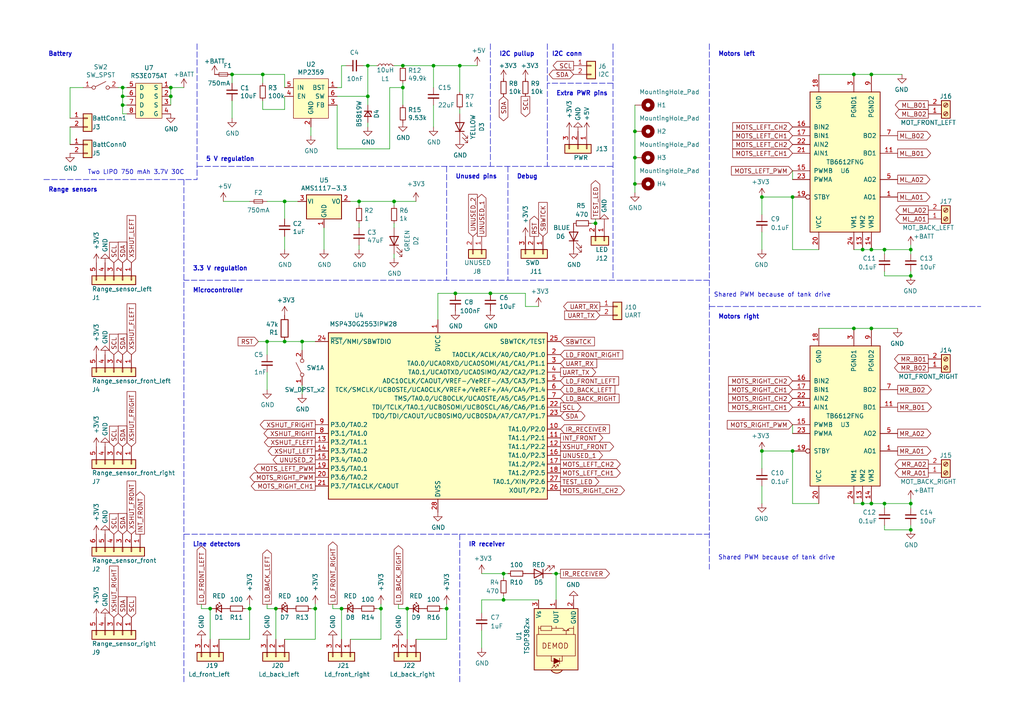
<source format=kicad_sch>
(kicad_sch (version 20211123) (generator eeschema)
  (paper "A4")
  (title_block (title "Nsumo") (date "2021-08-20") (rev "2") (company "Artful Bytes"))
  (junction (at 264.16 146.05))
  (junction (at 252.73 95.25))
  (junction (at 67.31 21.59))
  (junction (at 106.68 27.94))
  (junction (at 250.19 146.05))
  (junction (at 184.15 53.34))
  (junction (at 146.05 166.37))
  (junction (at 35.56 27.94))
  (junction (at 114.3 58.42))
  (junction (at 82.55 99.06))
  (junction (at 35.56 25.4))
  (junction (at 229.87 130.81))
  (junction (at 60.96 176.53))
  (junction (at 116.84 25.4))
  (junction (at 252.73 72.39))
  (junction (at 252.73 21.59))
  (junction (at 125.73 19.05))
  (junction (at 49.53 25.4))
  (junction (at 106.68 19.05))
  (junction (at 247.65 95.25))
  (junction (at 133.35 19.05))
  (junction (at 256.54 72.39))
  (junction (at 91.44 176.53))
  (junction (at 76.2 21.59))
  (junction (at 132.08 85.09))
  (junction (at 142.24 85.09))
  (junction (at 220.98 57.15))
  (junction (at 82.55 58.42))
  (junction (at 247.65 21.59))
  (junction (at 99.06 176.53))
  (junction (at 49.53 27.94))
  (junction (at 35.56 30.48))
  (junction (at 129.54 176.53))
  (junction (at 104.14 58.42))
  (junction (at 77.47 99.06))
  (junction (at 116.84 19.05))
  (junction (at 80.01 176.53))
  (junction (at 220.98 130.81))
  (junction (at 87.63 99.06))
  (junction (at 146.05 173.99))
  (junction (at 264.16 72.39))
  (junction (at 184.15 45.72))
  (junction (at 161.29 166.37))
  (junction (at 264.16 80.01))
  (junction (at 250.19 72.39))
  (junction (at 72.39 176.53))
  (junction (at 172.72 64.77))
  (junction (at 264.16 153.67))
  (junction (at 118.11 176.53))
  (junction (at 229.87 57.15))
  (junction (at 110.49 176.53))
  (junction (at 184.15 38.1))
  (junction (at 252.73 146.05))
  (junction (at 256.54 146.05))
  (wire (pts (xy 113.03 43.18) (xy 97.79 43.18)))
  (wire (pts (xy 110.49 185.42) (xy 110.49 176.53)))
  (wire (pts (xy 125.73 30.48) (xy 125.73 36.83)))
  (wire (pts (xy 106.68 36.83) (xy 106.68 35.56)))
  (wire (pts (xy 114.3 19.05) (xy 116.84 19.05)))
  (wire (pts (xy 229.87 72.39) (xy 229.87 57.15)))
  (wire (pts (xy 80.01 185.42) (xy 80.01 176.53)))
  (wire (pts (xy 36.83 27.94) (xy 35.56 27.94)))
  (wire (pts (xy 36.83 33.02) (xy 35.56 33.02)))
  (wire (pts (xy 20.32 36.83) (xy 20.32 41.91)))
  (wire (pts (xy 20.32 25.4) (xy 24.13 25.4)))
  (wire (pts (xy 77.47 175.26) (xy 77.47 176.53)))
  (wire (pts (xy 142.24 85.09) (xy 152.4 85.09)))
  (wire (pts (xy 87.63 101.6) (xy 87.63 99.06)))
  (wire (pts (xy 220.98 130.81) (xy 220.98 135.89)))
  (wire (pts (xy 60.96 176.53) (xy 60.96 185.42)))
  (wire (pts (xy 58.42 176.53) (xy 60.96 176.53)))
  (wire (pts (xy 133.35 31.75) (xy 133.35 33.02)))
  (wire (pts (xy 220.98 57.15) (xy 229.87 57.15)))
  (wire (pts (xy 264.16 153.67) (xy 264.16 152.4)))
  (wire (pts (xy 118.11 185.42) (xy 118.11 176.53)))
  (wire (pts (xy 76.2 24.13) (xy 76.2 21.59)))
  (wire (pts (xy 133.35 19.05) (xy 138.43 19.05)))
  (wire (pts (xy 93.98 72.39) (xy 93.98 66.04)))
  (polyline (pts (xy 205.74 81.28) (xy 53.34 81.28)))
  (wire (pts (xy 76.2 29.21) (xy 76.2 31.75)))
  (wire (pts (xy 247.65 72.39) (xy 250.19 72.39)))
  (wire (pts (xy 172.72 64.77) (xy 172.72 63.5)))
  (wire (pts (xy 247.65 21.59) (xy 252.73 21.59)))
  (wire (pts (xy 35.56 33.02) (xy 35.56 30.48)))
  (wire (pts (xy 72.39 176.53) (xy 72.39 185.42)))
  (wire (pts (xy 116.84 24.13) (xy 116.84 25.4)))
  (polyline (pts (xy 205.74 12.7) (xy 205.74 165.1)))
  (wire (pts (xy 220.98 130.81) (xy 229.87 130.81)))
  (wire (pts (xy 252.73 146.05) (xy 256.54 146.05)))
  (polyline (pts (xy 53.34 52.07) (xy 53.34 198.12)))
  (wire (pts (xy 127 92.71) (xy 127 85.09)))
  (wire (pts (xy 35.56 27.94) (xy 35.56 25.4)))
  (wire (pts (xy 125.73 19.05) (xy 125.73 25.4)))
  (wire (pts (xy 161.29 173.99) (xy 161.29 166.37)))
  (polyline (pts (xy 147.32 48.26) (xy 147.32 81.28)))
  (wire (pts (xy 120.65 185.42) (xy 129.54 185.42)))
  (polyline (pts (xy 177.8 12.7) (xy 177.8 81.28)))
  (polyline (pts (xy 142.24 12.7) (xy 142.24 48.26)))
  (wire (pts (xy 160.02 166.37) (xy 161.29 166.37)))
  (wire (pts (xy 146.05 172.72) (xy 146.05 173.99)))
  (wire (pts (xy 104.14 59.69) (xy 104.14 58.42)))
  (wire (pts (xy 220.98 140.97) (xy 220.98 146.05)))
  (wire (pts (xy 252.73 21.59) (xy 261.62 21.59)))
  (wire (pts (xy 105.41 19.05) (xy 106.68 19.05)))
  (wire (pts (xy 252.73 72.39) (xy 256.54 72.39)))
  (wire (pts (xy 110.49 176.53) (xy 110.49 175.26)))
  (wire (pts (xy 237.49 21.59) (xy 247.65 21.59)))
  (wire (pts (xy 113.03 25.4) (xy 113.03 43.18)))
  (wire (pts (xy 97.79 30.48) (xy 97.79 43.18)))
  (wire (pts (xy 99.06 185.42) (xy 99.06 176.53)))
  (wire (pts (xy 77.47 99.06) (xy 77.47 102.87)))
  (wire (pts (xy 264.16 72.39) (xy 264.16 73.66)))
  (wire (pts (xy 49.53 25.4) (xy 53.34 25.4)))
  (polyline (pts (xy 57.15 48.26) (xy 177.8 48.26)))
  (polyline (pts (xy 158.75 12.7) (xy 158.75 48.26)))
  (wire (pts (xy 71.12 176.53) (xy 72.39 176.53)))
  (wire (pts (xy 77.47 176.53) (xy 80.01 176.53)))
  (wire (pts (xy 256.54 73.66) (xy 256.54 72.39)))
  (wire (pts (xy 184.15 30.48) (xy 184.15 38.1)))
  (wire (pts (xy 184.15 38.1) (xy 184.15 45.72)))
  (wire (pts (xy 127 85.09) (xy 132.08 85.09)))
  (wire (pts (xy 125.73 19.05) (xy 133.35 19.05)))
  (wire (pts (xy 139.7 182.88) (xy 139.7 187.96)))
  (wire (pts (xy 139.7 177.8) (xy 139.7 173.99)))
  (wire (pts (xy 256.54 72.39) (xy 264.16 72.39)))
  (wire (pts (xy 49.53 27.94) (xy 49.53 30.48)))
  (wire (pts (xy 67.31 29.21) (xy 67.31 34.29)))
  (wire (pts (xy 184.15 53.34) (xy 184.15 55.88)))
  (wire (pts (xy 264.16 147.32) (xy 264.16 146.05)))
  (wire (pts (xy 237.49 146.05) (xy 229.87 146.05)))
  (wire (pts (xy 220.98 67.31) (xy 220.98 72.39)))
  (wire (pts (xy 101.6 185.42) (xy 110.49 185.42)))
  (polyline (pts (xy 133.35 154.94) (xy 133.35 198.12)))
  (wire (pts (xy 139.7 173.99) (xy 146.05 173.99)))
  (wire (pts (xy 250.19 72.39) (xy 252.73 72.39)))
  (wire (pts (xy 77.47 99.06) (xy 74.93 99.06)))
  (wire (pts (xy 109.22 176.53) (xy 110.49 176.53)))
  (wire (pts (xy 96.52 176.53) (xy 99.06 176.53)))
  (wire (pts (xy 264.16 144.78) (xy 264.16 146.05)))
  (wire (pts (xy 35.56 25.4) (xy 34.29 25.4)))
  (wire (pts (xy 99.06 25.4) (xy 99.06 19.05)))
  (wire (pts (xy 152.4 85.09) (xy 152.4 88.9)))
  (wire (pts (xy 256.54 146.05) (xy 264.16 146.05)))
  (wire (pts (xy 256.54 80.01) (xy 264.16 80.01)))
  (wire (pts (xy 82.55 185.42) (xy 91.44 185.42)))
  (polyline (pts (xy 53.34 154.94) (xy 205.74 154.94)))
  (wire (pts (xy 113.03 25.4) (xy 116.84 25.4)))
  (wire (pts (xy 171.45 64.77) (xy 172.72 64.77)))
  (wire (pts (xy 76.2 31.75) (xy 82.55 31.75)))
  (wire (pts (xy 97.79 27.94) (xy 106.68 27.94)))
  (wire (pts (xy 99.06 19.05) (xy 100.33 19.05)))
  (wire (pts (xy 118.11 176.53) (xy 115.57 176.53)))
  (wire (pts (xy 184.15 45.72) (xy 184.15 53.34)))
  (wire (pts (xy 82.55 68.58) (xy 82.55 72.39)))
  (wire (pts (xy 49.53 27.94) (xy 49.53 25.4)))
  (wire (pts (xy 87.63 111.76) (xy 87.63 114.3)))
  (wire (pts (xy 72.39 176.53) (xy 72.39 175.26)))
  (wire (pts (xy 82.55 21.59) (xy 82.55 25.4)))
  (wire (pts (xy 91.44 176.53) (xy 91.44 175.26)))
  (wire (pts (xy 252.73 95.25) (xy 260.35 95.25)))
  (wire (pts (xy 36.83 25.4) (xy 35.56 25.4)))
  (polyline (pts (xy 57.15 12.7) (xy 57.15 52.07)))
  (wire (pts (xy 152.4 88.9) (xy 156.21 88.9)))
  (wire (pts (xy 115.57 176.53) (xy 115.57 175.26)))
  (wire (pts (xy 133.35 19.05) (xy 133.35 26.67)))
  (wire (pts (xy 76.2 21.59) (xy 82.55 21.59)))
  (wire (pts (xy 247.65 146.05) (xy 250.19 146.05)))
  (wire (pts (xy 106.68 27.94) (xy 106.68 30.48)))
  (wire (pts (xy 90.17 176.53) (xy 91.44 176.53)))
  (wire (pts (xy 264.16 78.74) (xy 264.16 80.01)))
  (wire (pts (xy 91.44 176.53) (xy 91.44 185.42)))
  (wire (pts (xy 132.08 85.09) (xy 142.24 85.09)))
  (wire (pts (xy 77.47 107.95) (xy 77.47 113.03)))
  (wire (pts (xy 104.14 58.42) (xy 114.3 58.42)))
  (wire (pts (xy 116.84 25.4) (xy 116.84 30.48)))
  (wire (pts (xy 20.32 25.4) (xy 20.32 34.29)))
  (wire (pts (xy 220.98 57.15) (xy 220.98 62.23)))
  (wire (pts (xy 229.87 52.07) (xy 229.87 49.53)))
  (wire (pts (xy 229.87 146.05) (xy 229.87 130.81)))
  (wire (pts (xy 161.29 166.37) (xy 162.56 166.37)))
  (wire (pts (xy 104.14 71.12) (xy 104.14 72.39)))
  (polyline (pts (xy 129.54 48.26) (xy 129.54 81.28)))
  (wire (pts (xy 128.27 176.53) (xy 129.54 176.53)))
  (wire (pts (xy 67.31 21.59) (xy 76.2 21.59)))
  (polyline (pts (xy 12.7 52.07) (xy 57.15 52.07)))
  (wire (pts (xy 101.6 58.42) (xy 104.14 58.42)))
  (wire (pts (xy 82.55 58.42) (xy 86.36 58.42)))
  (wire (pts (xy 256.54 153.67) (xy 256.54 152.4)))
  (wire (pts (xy 114.3 59.69) (xy 114.3 58.42)))
  (wire (pts (xy 106.68 19.05) (xy 109.22 19.05)))
  (wire (pts (xy 250.19 146.05) (xy 252.73 146.05)))
  (wire (pts (xy 82.55 31.75) (xy 82.55 27.94)))
  (wire (pts (xy 256.54 153.67) (xy 264.16 153.67)))
  (wire (pts (xy 82.55 99.06) (xy 87.63 99.06)))
  (wire (pts (xy 114.3 58.42) (xy 120.65 58.42)))
  (wire (pts (xy 146.05 166.37) (xy 139.7 166.37)))
  (wire (pts (xy 97.79 25.4) (xy 99.06 25.4)))
  (wire (pts (xy 116.84 19.05) (xy 125.73 19.05)))
  (wire (pts (xy 146.05 173.99) (xy 156.21 173.99)))
  (wire (pts (xy 264.16 71.12) (xy 264.16 72.39)))
  (wire (pts (xy 35.56 30.48) (xy 36.83 30.48)))
  (polyline (pts (xy 177.8 24.13) (xy 158.75 24.13)))
  (wire (pts (xy 82.55 63.5) (xy 82.55 58.42)))
  (wire (pts (xy 114.3 74.93) (xy 114.3 73.66)))
  (wire (pts (xy 77.47 99.06) (xy 82.55 99.06)))
  (wire (pts (xy 63.5 185.42) (xy 72.39 185.42)))
  (wire (pts (xy 247.65 95.25) (xy 252.73 95.25)))
  (wire (pts (xy 237.49 72.39) (xy 229.87 72.39)))
  (wire (pts (xy 104.14 66.04) (xy 104.14 64.77)))
  (wire (pts (xy 67.31 24.13) (xy 67.31 21.59)))
  (wire (pts (xy 90.17 36.83) (xy 90.17 39.37)))
  (wire (pts (xy 129.54 185.42) (xy 129.54 176.53)))
  (wire (pts (xy 96.52 175.26) (xy 96.52 176.53)))
  (polyline (pts (xy 205.74 88.9) (xy 284.48 88.9)))
  (wire (pts (xy 114.3 64.77) (xy 114.3 66.04)))
  (wire (pts (xy 58.42 175.26) (xy 58.42 176.53)))
  (wire (pts (xy 129.54 176.53) (xy 129.54 175.26)))
  (wire (pts (xy 106.68 19.05) (xy 106.68 27.94)))
  (wire (pts (xy 256.54 80.01) (xy 256.54 78.74)))
  (wire (pts (xy 229.87 125.73) (xy 229.87 123.19)))
  (wire (pts (xy 64.77 58.42) (xy 72.39 58.42)))
  (wire (pts (xy 237.49 95.25) (xy 247.65 95.25)))
  (wire (pts (xy 35.56 30.48) (xy 35.56 27.94)))
  (wire (pts (xy 256.54 147.32) (xy 256.54 146.05)))
  (wire (pts (xy 146.05 166.37) (xy 147.32 166.37)))
  (wire (pts (xy 146.05 167.64) (xy 146.05 166.37)))
  (wire (pts (xy 91.44 99.06) (xy 87.63 99.06)))
  (wire (pts (xy 77.47 58.42) (xy 82.55 58.42)))
  (text "Battery" (at 13.97 16.51 0) (effects (font (size 1.27 1.27) (thickness 0.254) bold) (justify left bottom)))
  (text "IR receiver" (at 135.89 158.75 0) (effects (font (size 1.27 1.27) (thickness 0.254) bold) (justify left bottom)))
  (text "Shared PWM because of tank drive" (at 207.01 86.36 0) (effects (font (size 1.27 1.27)) (justify left bottom)))
  (text "Range sensors" (at 13.97 55.88 0) (effects (font (size 1.27 1.27) (thickness 0.254) bold) (justify left bottom)))
  (text "3.3 V regulation" (at 55.88 78.74 0) (effects (font (size 1.27 1.27) (thickness 0.254) bold) (justify left bottom)))
  (text "Two LIPO 750 mAh 3.7V 30C" (at 25.4 50.8 0) (effects (font (size 1.27 1.27)) (justify left bottom)))
  (text "Line detectors" (at 55.88 158.75 0) (effects (font (size 1.27 1.27) (thickness 0.254) bold) (justify left bottom)))
  (text "Microcontroller" (at 55.88 85.09 0) (effects (font (size 1.27 1.27) (thickness 0.254) bold) (justify left bottom)))
  (text "Extra PWR pins" (at 161.29 27.94 0) (effects (font (size 1.27 1.27) (thickness 0.254) bold) (justify left bottom)))
  (text "I2C conn" (at 160.02 16.51 0) (effects (font (size 1.27 1.27) (thickness 0.254) bold) (justify left bottom)))
  (text "Shared PWM because of tank drive" (at 208.28 162.56 0) (effects (font (size 1.27 1.27)) (justify left bottom)))
  (text "5 V regulation" (at 59.69 46.99 0) (effects (font (size 1.27 1.27) (thickness 0.254) bold) (justify left bottom)))
  (text "I2C pullup" (at 144.78 16.51 0) (effects (font (size 1.27 1.27) (thickness 0.254) bold) (justify left bottom)))
  (text "Motors right" (at 208.28 92.71 0) (effects (font (size 1.27 1.27) (thickness 0.254) bold) (justify left bottom)))
  (text "Motors left" (at 208.28 16.51 0) (effects (font (size 1.27 1.27) (thickness 0.254) bold) (justify left bottom)))
  (text "Unused pins" (at 132.08 52.07 0) (effects (font (size 1.27 1.27) (thickness 0.254) bold) (justify left bottom)))
  (text "Debug" (at 149.86 52.07 0) (effects (font (size 1.27 1.27) (thickness 0.254) bold) (justify left bottom)))
  (global_label "MOTS_RIGHT_CH1" (shape input) (at 229.87 118.11 180) (property "Intersheet References" "${INTERSHEET_REFS}" (effects hide)))
  (global_label "MOTS_LEFT_CH2" (shape input) (at 229.87 36.83 180) (property "Intersheet References" "${INTERSHEET_REFS}" (effects hide)))
  (global_label "XSHUT_FLEFT" (shape output) (at 91.44 128.27 180) (property "Intersheet References" "${INTERSHEET_REFS}" (effects hide)))
  (global_label "XSHUT_FRONT" (shape output) (at 162.56 129.54 0) (property "Intersheet References" "${INTERSHEET_REFS}" (effects hide)))
  (global_label "MR_B02" (shape output) (at 260.35 113.03 0) (property "Intersheet References" "${INTERSHEET_REFS}" (effects hide)))
  (global_label "ML_A02" (shape output) (at 269.24 60.96 180) (property "Intersheet References" "${INTERSHEET_REFS}" (effects hide)))
  (global_label "MOTS_RIGHT_CH2" (shape output) (at 162.56 142.24 0) (property "Intersheet References" "${INTERSHEET_REFS}" (effects hide)))
  (global_label "TEST_LED" (shape output) (at 162.56 139.7 0) (property "Intersheet References" "${INTERSHEET_REFS}" (effects hide)))
  (global_label "MR_A02" (shape output) (at 260.35 125.73 0) (property "Intersheet References" "${INTERSHEET_REFS}" (effects hide)))
  (global_label "UART_TX" (shape input) (at 173.99 91.44 180) (property "Intersheet References" "${INTERSHEET_REFS}" (effects hide)))
  (global_label "MOTS_RIGHT_CH2" (shape input) (at 229.87 115.57 180) (property "Intersheet References" "${INTERSHEET_REFS}" (effects hide)))
  (global_label "SDA" (shape input) (at 35.56 102.87 90) (property "Intersheet References" "${INTERSHEET_REFS}" (effects hide)))
  (global_label "LD_BACK_RIGHT" (shape input) (at 162.56 115.57 0) (property "Intersheet References" "${INTERSHEET_REFS}" (effects hide)))
  (global_label "MOTS_LEFT_CH2" (shape output) (at 162.56 134.62 0) (property "Intersheet References" "${INTERSHEET_REFS}" (effects hide)))
  (global_label "XSHUT_RIGHT" (shape input) (at 33.02 179.07 90) (property "Intersheet References" "${INTERSHEET_REFS}" (effects hide)))
  (global_label "SDA" (shape input) (at 35.56 129.54 90) (property "Intersheet References" "${INTERSHEET_REFS}" (effects hide)))
  (global_label "LD_FRONT_RIGHT" (shape output) (at 96.52 175.26 90) (property "Intersheet References" "${INTERSHEET_REFS}" (effects hide)))
  (global_label "INT_FRONT" (shape output) (at 40.64 154.94 90) (property "Intersheet References" "${INTERSHEET_REFS}" (effects hide)))
  (global_label "UNUSED_2" (shape output) (at 91.44 133.35 180) (property "Intersheet References" "${INTERSHEET_REFS}" (effects hide)))
  (global_label "SCL" (shape input) (at 33.02 129.54 90) (property "Intersheet References" "${INTERSHEET_REFS}" (effects hide)))
  (global_label "SDA" (shape input) (at 35.56 154.94 90) (property "Intersheet References" "${INTERSHEET_REFS}" (effects hide)))
  (global_label "ML_B01" (shape output) (at 260.35 44.45 0) (property "Intersheet References" "${INTERSHEET_REFS}" (effects hide)))
  (global_label "SBWTCK" (shape input) (at 162.56 99.06 0) (property "Intersheet References" "${INTERSHEET_REFS}" (effects hide)))
  (global_label "XSHUT_LEFT" (shape input) (at 38.1 76.2 90) (property "Intersheet References" "${INTERSHEET_REFS}" (effects hide)))
  (global_label "INT_FRONT" (shape output) (at 162.56 127 0) (property "Intersheet References" "${INTERSHEET_REFS}" (effects hide)))
  (global_label "RST" (shape output) (at 154.94 68.58 90) (property "Intersheet References" "${INTERSHEET_REFS}" (effects hide)))
  (global_label "MOTS_RIGHT_CH2" (shape input) (at 229.87 110.49 180) (property "Intersheet References" "${INTERSHEET_REFS}" (effects hide)))
  (global_label "MOTS_RIGHT_CH1" (shape output) (at 91.44 140.97 180) (property "Intersheet References" "${INTERSHEET_REFS}" (effects hide)))
  (global_label "LD_BACK_LEFT" (shape input) (at 162.56 113.03 0) (property "Intersheet References" "${INTERSHEET_REFS}" (effects hide)))
  (global_label "XSHUT_FRONT" (shape input) (at 38.1 154.94 90) (property "Intersheet References" "${INTERSHEET_REFS}" (effects hide)))
  (global_label "ML_B02" (shape output) (at 260.35 39.37 0) (property "Intersheet References" "${INTERSHEET_REFS}" (effects hide)))
  (global_label "ML_B02" (shape output) (at 269.24 33.02 180) (property "Intersheet References" "${INTERSHEET_REFS}" (effects hide)))
  (global_label "MOTS_RIGHT_CH1" (shape input) (at 229.87 113.03 180) (property "Intersheet References" "${INTERSHEET_REFS}" (effects hide)))
  (global_label "IR_RECEIVER" (shape input) (at 162.56 124.46 0) (property "Intersheet References" "${INTERSHEET_REFS}" (effects hide)))
  (global_label "MR_B01" (shape output) (at 260.35 118.11 0) (property "Intersheet References" "${INTERSHEET_REFS}" (effects hide)))
  (global_label "UNUSED_1" (shape output) (at 162.56 132.08 0) (property "Intersheet References" "${INTERSHEET_REFS}" (effects hide)))
  (global_label "MOTS_RIGHT_PWM" (shape input) (at 229.87 123.19 180) (property "Intersheet References" "${INTERSHEET_REFS}" (effects hide)))
  (global_label "SDA" (shape input) (at 35.56 76.2 90) (property "Intersheet References" "${INTERSHEET_REFS}" (effects hide)))
  (global_label "ML_A02" (shape output) (at 260.35 52.07 0) (property "Intersheet References" "${INTERSHEET_REFS}" (effects hide)))
  (global_label "UNUSED_1" (shape output) (at 139.7 68.58 90) (property "Intersheet References" "${INTERSHEET_REFS}" (effects hide)))
  (global_label "LD_BACK_RIGHT" (shape output) (at 115.57 175.26 90) (property "Intersheet References" "${INTERSHEET_REFS}" (effects hide)))
  (global_label "MOTS_LEFT_PWM" (shape output) (at 91.44 135.89 180) (property "Intersheet References" "${INTERSHEET_REFS}" (effects hide)))
  (global_label "XSHUT_FRIGHT" (shape input) (at 38.1 129.54 90) (property "Intersheet References" "${INTERSHEET_REFS}" (effects hide)))
  (global_label "MOTS_LEFT_CH1" (shape output) (at 162.56 137.16 0) (property "Intersheet References" "${INTERSHEET_REFS}" (effects hide)))
  (global_label "SCL" (shape output) (at 162.56 118.11 0) (property "Intersheet References" "${INTERSHEET_REFS}" (effects hide)))
  (global_label "MOTS_LEFT_CH2" (shape input) (at 229.87 41.91 180) (property "Intersheet References" "${INTERSHEET_REFS}" (effects hide)))
  (global_label "SDA" (shape bidirectional) (at 166.37 21.59 180) (property "Intersheet References" "${INTERSHEET_REFS}" (effects hide)))
  (global_label "XSHUT_FRIGHT" (shape output) (at 91.44 123.19 180) (property "Intersheet References" "${INTERSHEET_REFS}" (effects hide)))
  (global_label "MOTS_LEFT_CH1" (shape input) (at 229.87 39.37 180) (property "Intersheet References" "${INTERSHEET_REFS}" (effects hide)))
  (global_label "XSHUT_RIGHT" (shape output) (at 91.44 125.73 180) (property "Intersheet References" "${INTERSHEET_REFS}" (effects hide)))
  (global_label "UNUSED_2" (shape input) (at 137.16 68.58 90) (property "Intersheet References" "${INTERSHEET_REFS}" (effects hide)))
  (global_label "RST" (shape input) (at 74.93 99.06 180) (property "Intersheet References" "${INTERSHEET_REFS}" (effects hide)))
  (global_label "MOTS_RIGHT_PWM" (shape output) (at 91.44 138.43 180) (property "Intersheet References" "${INTERSHEET_REFS}" (effects hide)))
  (global_label "ML_A01" (shape output) (at 260.35 57.15 0) (property "Intersheet References" "${INTERSHEET_REFS}" (effects hide)))
  (global_label "SDA" (shape input) (at 35.56 179.07 90) (property "Intersheet References" "${INTERSHEET_REFS}" (effects hide)))
  (global_label "MR_B01" (shape output) (at 269.24 104.14 180) (property "Intersheet References" "${INTERSHEET_REFS}" (effects hide)))
  (global_label "SCL" (shape output) (at 152.4 27.94 270) (property "Intersheet References" "${INTERSHEET_REFS}" (effects hide)))
  (global_label "UART_RX" (shape output) (at 173.99 88.9 180) (property "Intersheet References" "${INTERSHEET_REFS}" (effects hide)))
  (global_label "SBWTCK" (shape input) (at 157.48 68.58 90) (property "Intersheet References" "${INTERSHEET_REFS}" (effects hide)))
  (global_label "SDA" (shape bidirectional) (at 146.05 27.94 270) (property "Intersheet References" "${INTERSHEET_REFS}" (effects hide)))
  (global_label "SDA" (shape bidirectional) (at 162.56 120.65 0) (property "Intersheet References" "${INTERSHEET_REFS}" (effects hide)))
  (global_label "SCL" (shape input) (at 33.02 102.87 90) (property "Intersheet References" "${INTERSHEET_REFS}" (effects hide)))
  (global_label "XSHUT_FLEFT" (shape input) (at 38.1 102.87 90) (property "Intersheet References" "${INTERSHEET_REFS}" (effects hide)))
  (global_label "MOTS_LEFT_PWM" (shape input) (at 229.87 49.53 180) (property "Intersheet References" "${INTERSHEET_REFS}" (effects hide)))
  (global_label "SCL" (shape input) (at 33.02 76.2 90) (property "Intersheet References" "${INTERSHEET_REFS}" (effects hide)))
  (global_label "SCL" (shape input) (at 38.1 179.07 90) (property "Intersheet References" "${INTERSHEET_REFS}" (effects hide)))
  (global_label "XSHUT_LEFT" (shape output) (at 91.44 130.81 180) (property "Intersheet References" "${INTERSHEET_REFS}" (effects hide)))
  (global_label "TEST_LED" (shape output) (at 172.72 63.5 90) (property "Intersheet References" "${INTERSHEET_REFS}" (effects hide)))
  (global_label "SCL" (shape input) (at 33.02 154.94 90) (property "Intersheet References" "${INTERSHEET_REFS}" (effects hide)))
  (global_label "ML_B01" (shape output) (at 269.24 30.48 180) (property "Intersheet References" "${INTERSHEET_REFS}" (effects hide)))
  (global_label "IR_RECEIVER" (shape output) (at 162.56 166.37 0) (property "Intersheet References" "${INTERSHEET_REFS}" (effects hide)))
  (global_label "SCL" (shape output) (at 166.37 19.05 180) (property "Intersheet References" "${INTERSHEET_REFS}" (effects hide)))
  (global_label "LD_FRONT_RIGHT" (shape input) (at 162.56 102.87 0) (property "Intersheet References" "${INTERSHEET_REFS}" (effects hide)))
  (global_label "MR_A02" (shape output) (at 269.24 134.62 180) (property "Intersheet References" "${INTERSHEET_REFS}" (effects hide)))
  (global_label "MR_A01" (shape output) (at 269.24 137.16 180) (property "Intersheet References" "${INTERSHEET_REFS}" (effects hide)))
  (global_label "MR_B02" (shape output) (at 269.24 106.68 180) (property "Intersheet References" "${INTERSHEET_REFS}" (effects hide)))
  (global_label "UART_TX" (shape output) (at 162.56 107.95 0) (property "Intersheet References" "${INTERSHEET_REFS}" (effects hide)))
  (global_label "LD_FRONT_LEFT" (shape output) (at 58.42 175.26 90) (property "Intersheet References" "${INTERSHEET_REFS}" (effects hide)))
  (global_label "LD_FRONT_LEFT" (shape input) (at 162.56 110.49 0) (property "Intersheet References" "${INTERSHEET_REFS}" (effects hide)))
  (global_label "LD_BACK_LEFT" (shape output) (at 77.47 175.26 90) (property "Intersheet References" "${INTERSHEET_REFS}" (effects hide)))
  (global_label "MR_A01" (shape output) (at 260.35 130.81 0) (property "Intersheet References" "${INTERSHEET_REFS}" (effects hide)))
  (global_label "ML_A01" (shape output) (at 269.24 63.5 180) (property "Intersheet References" "${INTERSHEET_REFS}" (effects hide)))
  (global_label "MOTS_LEFT_CH1" (shape input) (at 229.87 44.45 180) (property "Intersheet References" "${INTERSHEET_REFS}" (effects hide)))
  (global_label "UART_RX" (shape input) (at 162.56 105.41 0) (property "Intersheet References" "${INTERSHEET_REFS}" (effects hide)))
  (symbol (lib_id "Device:LED") (at 166.37 68.58 90) (unit 1)
    (property "Reference" "D6" (at 162.56 68.58 90))
    (property "Value" "BLUE" (at 162.941 66.04 90))
    (property "Footprint" "LED_SMD:LED_0603_1608Metric" (effects hide))
    (property "Datasheet" "https://datasheet.lcsc.com/lcsc/1811101510_Everlight-Elec-19-217-BHC-ZL1M2RY-3T_C72041.pdf" (effects hide))
    (property "LCSC Part" "C72041" (effects hide))
  )
  (symbol (lib_id "power:GND") (at 166.37 72.39 0) (unit 1)
    (property "Reference" "#PWR042" (effects hide))
    (property "Value" "GND" (at 166.497 76.7842 0))
  )
  (symbol (lib_id "Connector_Generic:Conn_01x02") (at 25.4 34.29 0) (unit 1)
    (property "Reference" "J3" (at 27.94 36.83 0))
    (property "Value" "BattConn1" (at 31.75 34.29 0))
    (property "Footprint" "Connector_JST:JST_PH_S2B-PH-K_1x02_P2.00mm_Horizontal" (effects hide))
  )
  (symbol (lib_id "Connector_Generic:Conn_01x02") (at 25.4 41.91 0) (unit 1)
    (property "Reference" "J5" (at 27.94 44.45 0))
    (property "Value" "BattConn0" (at 31.75 41.91 0))
    (property "Footprint" "Connector_JST:JST_PH_S2B-PH-K_1x02_P2.00mm_Horizontal" (effects hide))
  )
  (symbol (lib_id "power:+BATT") (at 53.34 25.4 0) (mirror y) (unit 1)
    (property "Reference" "#PWR013" (effects hide))
    (property "Value" "+BATT" (at 53.34 21.59 0))
  )
  (symbol (lib_id "Device:C_Small") (at 77.47 105.41 0) (unit 1)
    (property "Reference" "C5" (at 73.66 102.87 0) (effects (justify left)))
    (property "Value" "1nF" (at 73.66 107.95 0) (effects (justify left)))
    (property "Footprint" "Capacitor_SMD:C_0603_1608Metric" (effects hide))
    (property "Datasheet" "https://www.digikey.com/en/products/detail/samsung-electro-mechanics/CL10B102KB8NNNC/3886676" (effects hide))
    (property "LCSC Part" "C1588" (effects hide))
  )
  (symbol (lib_id "Device:C_Small") (at 142.24 87.63 0) (unit 1)
    (property "Reference" "C6" (at 144.78 86.36 0) (effects (justify left)))
    (property "Value" "10uF" (at 144.78 88.9 0) (effects (justify left)))
    (property "Footprint" "Capacitor_SMD:C_0603_1608Metric" (effects hide))
    (property "Datasheet" "https://www.digikey.com/en/products/detail/samsung-electro-mechanics/CL10A106KP8NNNC/3886850" (effects hide))
    (property "LCSC Part" "C19702" (effects hide))
  )
  (symbol (lib_id "Device:C_Small") (at 132.08 87.63 0) (unit 1)
    (property "Reference" "C8" (at 134.62 87.63 0) (effects (justify left)))
    (property "Value" "100nF" (at 133.35 90.17 0) (effects (justify left)))
    (property "Footprint" "Capacitor_SMD:C_0603_1608Metric" (effects hide))
    (property "Datasheet" "https://www.digikey.com/en/products/detail/yageo/CC0603KRX7R9BB104/2103082" (effects hide))
    (property "LCSC Part" "C14663" (effects hide))
  )
  (symbol (lib_id "Device:C_Small") (at 220.98 64.77 0) (unit 1)
    (property "Reference" "C9" (at 223.52 63.5 0) (effects (justify left)))
    (property "Value" "0.1uF" (at 223.52 66.04 0) (effects (justify left)))
    (property "Footprint" "Capacitor_SMD:C_0805_2012Metric" (effects hide))
    (property "Datasheet" "https://www.digikey.com/en/products/detail/yageo/CC0805KRX7R9BB104/302874" (effects hide))
    (property "LCSC Part" "C49678" (effects hide))
  )
  (symbol (lib_id "Device:C_Small") (at 264.16 76.2 0) (unit 1)
    (property "Reference" "C13" (at 266.7 74.93 0) (effects (justify left)))
    (property "Value" "10uF" (at 266.7 77.47 0) (effects (justify left)))
    (property "Footprint" "Capacitor_SMD:C_0805_2012Metric" (effects hide))
    (property "Datasheet" "https://www.digikey.com/en/products/detail/samsung-electro-mechanics/CL21A106KAYNNNE/3888549" (effects hide))
    (property "LCSC Part" "C15850" (effects hide))
  )
  (symbol (lib_id "Device:C_Small") (at 256.54 76.2 0) (unit 1)
    (property "Reference" "C11" (at 250.19 74.93 0) (effects (justify left)))
    (property "Value" "0.1uF" (at 248.92 77.47 0) (effects (justify left)))
    (property "Footprint" "Capacitor_SMD:C_0805_2012Metric" (effects hide))
    (property "Datasheet" "https://www.digikey.com/en/products/detail/yageo/CC0805KRX7R9BB104/302874" (effects hide))
    (property "LCSC Part" "C49678" (effects hide))
  )
  (symbol (lib_id "Connector_Generic:Conn_01x05") (at 33.02 107.95 270) (unit 1)
    (property "Reference" "J4" (at 26.67 113.03 90) (effects (justify left)))
    (property "Value" "Range_sensor_front_left" (at 26.67 110.49 90) (effects (justify left)))
    (property "Footprint" "Connector_Molex:Molex_PicoBlade_53048-0510_1x05_P1.25mm_Horizontal" (effects hide))
  )
  (symbol (lib_id "Connector_Generic:Conn_01x05") (at 33.02 134.62 270) (unit 1)
    (property "Reference" "J7" (at 26.67 139.7 90) (effects (justify left)))
    (property "Value" "Range_sensor_front_right" (at 26.67 137.16 90) (effects (justify left)))
    (property "Footprint" "Connector_Molex:Molex_PicoBlade_53048-0510_1x05_P1.25mm_Horizontal" (effects hide))
  )
  (symbol (lib_id "Connector_Generic:Conn_01x05") (at 33.02 184.15 270) (unit 1)
    (property "Reference" "J9" (at 26.67 189.23 90) (effects (justify left)))
    (property "Value" "Range_sensor_right" (at 26.67 186.69 90) (effects (justify left)))
    (property "Footprint" "Connector_Molex:Molex_PicoBlade_53048-0510_1x05_P1.25mm_Horizontal" (effects hide))
  )
  (symbol (lib_id "Connector_Generic:Conn_01x05") (at 33.02 81.28 270) (unit 1)
    (property "Reference" "J1" (at 26.67 86.36 90) (effects (justify left)))
    (property "Value" "Range_sensor_left" (at 26.67 83.82 90) (effects (justify left)))
    (property "Footprint" "Connector_Molex:Molex_PicoBlade_53048-0510_1x05_P1.25mm_Horizontal" (effects hide))
  )
  (symbol (lib_id "Device:C_Small") (at 264.16 149.86 0) (unit 1)
    (property "Reference" "C14" (at 266.7 148.59 0) (effects (justify left)))
    (property "Value" "10uF" (at 266.7 151.13 0) (effects (justify left)))
    (property "Footprint" "Capacitor_SMD:C_0805_2012Metric" (effects hide))
    (property "Datasheet" "https://www.digikey.com/en/products/detail/samsung-electro-mechanics/CL21A106KAYNNNE/3888549" (effects hide))
    (property "LCSC Part" "C15850" (effects hide))
  )
  (symbol (lib_id "Device:C_Small") (at 256.54 149.86 0) (unit 1)
    (property "Reference" "C12" (at 250.19 148.59 0) (effects (justify left)))
    (property "Value" "0.1uF" (at 248.92 151.13 0) (effects (justify left)))
    (property "Footprint" "Capacitor_SMD:C_0805_2012Metric" (effects hide))
    (property "Datasheet" "https://www.digikey.com/en/products/detail/yageo/CC0805KRX7R9BB104/302874" (effects hide))
    (property "LCSC Part" "C49678" (effects hide))
  )
  (symbol (lib_id "Device:C_Small") (at 220.98 138.43 0) (unit 1)
    (property "Reference" "C10" (at 223.52 137.16 0) (effects (justify left)))
    (property "Value" "0.1uF" (at 223.52 139.7 0) (effects (justify left)))
    (property "Footprint" "Capacitor_SMD:C_0805_2012Metric" (effects hide))
    (property "Datasheet" "https://www.digikey.com/en/products/detail/yageo/CC0805KRX7R9BB104/302874" (effects hide))
    (property "LCSC Part" "C49678" (effects hide))
  )
  (symbol (lib_id "Device:C_Small") (at 139.7 180.34 0) (unit 1)
    (property "Reference" "C7" (at 142.24 179.07 0) (effects (justify left)))
    (property "Value" "1uF" (at 142.24 181.61 0) (effects (justify left)))
    (property "Footprint" "Capacitor_SMD:C_0603_1608Metric" (effects hide))
    (property "Datasheet" "https://www.digikey.com/en/products/detail/samsung-electro-mechanics/CL10A105KB8NNNC/3887518" (effects hide))
    (property "LCSC Part" "C15849" (effects hide))
  )
  (symbol (lib_id "Regulator_Linear:AMS1117-3.3") (at 93.98 58.42 0) (unit 1)
    (property "Reference" "U5" (at 93.98 52.2732 0))
    (property "Value" "AMS1117-3.3" (at 93.98 54.5846 0))
    (property "Footprint" "Package_TO_SOT_SMD:SOT-223-3_TabPin2" (effects hide))
    (property "Datasheet" "http://www.advanced-monolithic.com/pdf/ds1117.pdf" (effects hide))
    (property "LCSC Part" "C6186" (effects hide))
  )
  (symbol (lib_id "Device:R_Small") (at 104.14 62.23 0) (unit 1)
    (property "Reference" "R2" (at 105.6386 61.0616 0) (effects (justify left)))
    (property "Value" "1" (at 105.6386 63.373 0) (effects (justify left)))
    (property "Footprint" "Resistor_SMD:R_0805_2012Metric" (effects hide))
    (property "Datasheet" "https://lcsc.com/product-detail/Chip-Resistor-Surface-Mount_Uniroyal-Elec-0805W8F100KT5E_C25271.html" (effects hide))
    (property "LCSC Part" "C25271" (effects hide))
  )
  (symbol (lib_id "Device:C_Small") (at 104.14 68.58 0) (unit 1)
    (property "Reference" "C3" (at 106.4768 67.4116 0) (effects (justify left)))
    (property "Value" "47uF" (at 106.4768 69.723 0) (effects (justify left)))
    (property "Footprint" "Capacitor_SMD:C_1206_3216Metric" (effects hide))
    (property "Datasheet" "https://media.digikey.com/pdf/Data%20Sheets/Samsung%20PDFs/CL31A476MPHNNNE_Spec.pdf" (effects hide))
    (property "LCSC Part" "C96123" (effects hide))
  )
  (symbol (lib_id "Device:C_Small") (at 82.55 66.04 0) (unit 1)
    (property "Reference" "C2" (at 84.8868 64.8716 0) (effects (justify left)))
    (property "Value" "1uF" (at 84.8868 67.183 0) (effects (justify left)))
    (property "Footprint" "Capacitor_SMD:C_0805_2012Metric" (effects hide))
    (property "Datasheet" "https://media.digikey.com/pdf/Data%20Sheets/Samsung%20PDFs/CL21B105KBFNNNE_Spec.pdf" (effects hide))
    (property "LCSC Part" "C28323" (effects hide))
  )
  (symbol (lib_id "power:GND") (at 93.98 72.39 0) (unit 1)
    (property "Reference" "#PWR0111" (effects hide))
    (property "Value" "GND" (at 94.107 76.7842 0))
  )
  (symbol (lib_id "power:GND") (at 82.55 72.39 0) (unit 1)
    (property "Reference" "#PWR0116" (effects hide))
    (property "Value" "GND" (at 82.677 76.7842 0))
  )
  (symbol (lib_id "power:GND") (at 104.14 72.39 0) (unit 1)
    (property "Reference" "#PWR0117" (effects hide))
    (property "Value" "GND" (at 104.267 76.7842 0))
  )
  (symbol (lib_id "Switch:SW_SPST") (at 29.21 25.4 0) (unit 1)
    (property "Reference" "SW2" (at 29.21 19.431 0))
    (property "Value" "SW_SPST" (at 29.21 21.7424 0))
    (property "Footprint" "Connector_PinHeader_2.54mm:PinHeader_1x02_P2.54mm_Vertical" (effects hide))
  )
  (symbol (lib_id "Device:R_Small") (at 114.3 62.23 0) (unit 1)
    (property "Reference" "R6" (at 115.7986 61.0616 0) (effects (justify left)))
    (property "Value" "1k" (at 115.7986 63.373 0) (effects (justify left)))
    (property "Footprint" "Resistor_SMD:R_0805_2012Metric" (effects hide))
    (property "Datasheet" "https://lcsc.com/product-detail/Chip-Resistor-Surface-Mount-UniOhm_1KR-1001-1_C17513.html" (effects hide))
    (property "LCSC Part" "C17513" (effects hide))
  )
  (symbol (lib_id "Device:LED") (at 114.3 69.85 90) (unit 1)
    (property "Reference" "D2" (at 120.65 69.85 0))
    (property "Value" "GREEN" (at 118.11 69.85 0))
    (property "Footprint" "LED_SMD:LED_0603_1608Metric" (effects hide))
    (property "Datasheet" "https://datasheet.lcsc.com/lcsc/1811101510_Everlight-Elec-19-217-GHC-YR1S2-3T_C72043.pdf" (effects hide))
    (property "LCSC Part" "C72043" (effects hide))
  )
  (symbol (lib_id "power:GND") (at 114.3 74.93 0) (unit 1)
    (property "Reference" "#PWR0129" (effects hide))
    (property "Value" "GND" (at 114.427 79.3242 0))
  )
  (symbol (lib_id "Device:R_Small") (at 133.35 29.21 0) (unit 1)
    (property "Reference" "R7" (at 134.8486 28.0416 0) (effects (justify left)))
    (property "Value" "1k" (at 134.8486 30.353 0) (effects (justify left)))
    (property "Footprint" "Resistor_SMD:R_0805_2012Metric" (effects hide))
    (property "Datasheet" "https://lcsc.com/product-detail/Chip-Resistor-Surface-Mount_UNI-ROYAL-Uniroyal-Elec-0805W8F4700T5E_C17710.html" (effects hide))
    (property "LCSC Part" "C17513" (effects hide))
  )
  (symbol (lib_id "power:GND") (at 133.35 40.64 0) (unit 1)
    (property "Reference" "#PWR0130" (effects hide))
    (property "Value" "GND" (at 133.477 45.0342 0))
  )
  (symbol (lib_id "Connector_Generic:Conn_01x03") (at 154.94 73.66 270) (unit 1)
    (property "Reference" "J11" (at 153.67 78.74 90) (effects (justify left)))
    (property "Value" "SWD" (at 152.4 76.2 90) (effects (justify left)))
    (property "Footprint" "Connector_PinHeader_2.54mm:PinHeader_1x03_P2.54mm_Vertical" (effects hide))
  )
  (symbol (lib_id "MCU_Texas_MSP430:MSP430G2553IPW28") (at 127 120.65 0) (unit 1)
    (property "Reference" "U4" (at 104.14 91.44 0))
    (property "Value" "MSP430G2553IPW28" (at 105.41 93.98 0))
    (property "Footprint" "Package_SO:TSSOP-28_4.4x9.7mm_P0.65mm" (effects hide))
    (property "Datasheet" "http://www.ti.com/lit/ds/symlink/msp430g2553.pdf" (effects hide))
  )
  (symbol (lib_id "Device:R_Small") (at 168.91 64.77 270) (unit 1)
    (property "Reference" "R5" (at 167.132 59.69 90) (effects (justify left)))
    (property "Value" "470" (at 166.8526 62.23 90) (effects (justify left)))
    (property "Footprint" "Resistor_SMD:R_0805_2012Metric" (effects hide))
    (property "Datasheet" "https://lcsc.com/product-detail/Chip-Resistor-Surface-Mount_UNI-ROYAL-Uniroyal-Elec-0805W8F4700T5E_C17710.html" (effects hide))
    (property "LCSC Part" "C17710" (effects hide))
  )
  (symbol (lib_id "Connector_Generic:Conn_01x02") (at 139.7 73.66 270) (unit 1)
    (property "Reference" "J8" (at 137.16 78.74 90) (effects (justify left)))
    (property "Value" "UNUSED" (at 134.62 76.2 90) (effects (justify left)))
    (property "Footprint" "Connector_PinHeader_2.54mm:PinHeader_1x02_P2.54mm_Vertical" (effects hide))
  )
  (symbol (lib_id "Connector_Generic:Conn_01x02") (at 175.26 69.85 270) (unit 1)
    (property "Reference" "J12" (at 172.72 74.93 90) (effects (justify left)))
    (property "Value" "LED" (at 172.72 72.39 90) (effects (justify left)))
    (property "Footprint" "Connector_PinHeader_2.54mm:PinHeader_1x02_P2.54mm_Vertical" (effects hide))
  )
  (symbol (lib_id "power:+3.3V") (at 27.94 179.07 0) (unit 1)
    (property "Reference" "#PWR05" (effects hide))
    (property "Value" "+3.3V" (at 27.94 172.72 90))
  )
  (symbol (lib_id "Device:R_Small") (at 146.05 25.4 0) (unit 1)
    (property "Reference" "R8" (at 147.5486 24.2316 0) (effects (justify left)))
    (property "Value" "10k" (at 147.5486 26.543 0) (effects (justify left)))
    (property "Footprint" "Resistor_SMD:R_1206_3216Metric" (effects hide))
    (property "Datasheet" "https://lcsc.com/product-detail/Chip-Resistor-Surface-Mount_Uniroyal-Elec-1206W4F1002T5E_C17902.html" (effects hide))
    (property "LCSC Part" "C17902" (effects hide))
  )
  (symbol (lib_id "Device:R_Small") (at 152.4 25.4 0) (unit 1)
    (property "Reference" "R9" (at 153.8986 24.2316 0) (effects (justify left)))
    (property "Value" "10k" (at 153.8986 26.543 0) (effects (justify left)))
    (property "Footprint" "Resistor_SMD:R_1206_3216Metric" (effects hide))
    (property "Datasheet" "https://lcsc.com/product-detail/Chip-Resistor-Surface-Mount_Uniroyal-Elec-1206W4F1002T5E_C17902.html" (effects hide))
    (property "LCSC Part" "C17902" (effects hide))
  )
  (symbol (lib_id "power:+3.3V") (at 152.4 22.86 0) (unit 1)
    (property "Reference" "#PWR0131" (effects hide))
    (property "Value" "+3.3V" (at 153.67 19.05 0))
  )
  (symbol (lib_id "power:+3.3V") (at 146.05 22.86 0) (unit 1)
    (property "Reference" "#PWR0132" (effects hide))
    (property "Value" "+3.3V" (at 147.32 19.05 0))
  )
  (symbol (lib_id "Device:C_Small") (at 125.73 27.94 0) (unit 1)
    (property "Reference" "C15" (at 127 25.4 0) (effects (justify left)))
    (property "Value" "22uF" (at 127 30.48 0) (effects (justify left)))
    (property "Footprint" "Capacitor_SMD:C_0805_2012Metric" (effects hide))
    (property "Datasheet" "https://datasheet.lcsc.com/lcsc/1811151152_Samsung-Electro-Mechanics-CL21A226MAQNNNE_C45783.pdf" (effects hide))
    (property "LCSC Part" "C45783" (effects hide))
  )
  (symbol (lib_id "power:GND") (at 125.73 36.83 0) (unit 1)
    (property "Reference" "#PWR0101" (effects hide))
    (property "Value" "GND" (at 125.857 41.2242 0))
  )
  (symbol (lib_id "Connector_Generic:Conn_01x06") (at 35.56 160.02 270) (unit 1)
    (property "Reference" "J2" (at 26.67 165.1 90) (effects (justify left)))
    (property "Value" "Range_sensor_front" (at 26.67 162.56 90) (effects (justify left)))
    (property "Footprint" "Connector_Molex:Molex_PicoBlade_53048-0610_1x06_P1.25mm_Horizontal" (effects hide))
  )
  (symbol (lib_id "Device:R_Small") (at 146.05 170.18 180) (unit 1)
    (property "Reference" "R4" (at 144.78 168.91 0) (effects (justify left)))
    (property "Value" "470" (at 144.78 171.45 0) (effects (justify left)))
    (property "Footprint" "Resistor_SMD:R_0805_2012Metric" (effects hide))
    (property "Datasheet" "https://lcsc.com/product-detail/Chip-Resistor-Surface-Mount-UniOhm_1KR-1001-1_C17513.html" (effects hide))
    (property "LCSC Part" "C17710" (effects hide))
  )
  (symbol (lib_id "Device:R_Small") (at 149.86 166.37 90) (unit 1)
    (property "Reference" "R10" (at 151.7396 168.91 90) (effects (justify left)))
    (property "Value" "100" (at 151.7396 163.83 90) (effects (justify left)))
    (property "Footprint" "Resistor_SMD:R_0805_2012Metric" (effects hide))
    (property "Datasheet" "https://datasheet.lcsc.com/lcsc/1809062111_UNI-ROYAL-Uniroyal-Elec-0805W8F1000T5E_C17408.pdf" (effects hide))
    (property "LCSC Part" "C17408" (effects hide))
  )
  (symbol (lib_id "power:+3.3V") (at 91.44 175.26 0) (unit 1)
    (property "Reference" "#PWR0104" (effects hide))
    (property "Value" "+3.3V" (at 91.44 168.91 90))
  )
  (symbol (lib_id "power:GND") (at 77.47 185.42 180) (unit 1)
    (property "Reference" "#PWR0105" (effects hide))
    (property "Value" "GND" (at 77.47 180.34 90))
  )
  (symbol (lib_id "power:GND") (at 96.52 185.42 180) (unit 1)
    (property "Reference" "#PWR0107" (effects hide))
    (property "Value" "GND" (at 96.52 180.34 90))
  )
  (symbol (lib_id "power:GND") (at 115.57 185.42 180) (unit 1)
    (property "Reference" "#PWR0119" (effects hide))
    (property "Value" "GND" (at 115.57 180.34 90))
  )
  (symbol (lib_id "power:+3.3V") (at 27.94 154.94 0) (unit 1)
    (property "Reference" "#PWR0121" (effects hide))
    (property "Value" "+3.3V" (at 27.94 148.59 90))
  )
  (symbol (lib_id "power:+3.3V") (at 27.94 129.54 0) (unit 1)
    (property "Reference" "#PWR0125" (effects hide))
    (property "Value" "+3.3V" (at 27.94 123.19 90))
  )
  (symbol (lib_id "power:+3.3V") (at 27.94 102.87 0) (unit 1)
    (property "Reference" "#PWR0135" (effects hide))
    (property "Value" "+3.3V" (at 27.94 96.52 90))
  )
  (symbol (lib_id "power:+3.3V") (at 27.94 76.2 0) (unit 1)
    (property "Reference" "#PWR0136" (effects hide))
    (property "Value" "+3.3V" (at 27.94 69.85 90))
  )
  (symbol (lib_id "power:GND") (at 30.48 154.94 180) (unit 1)
    (property "Reference" "#PWR0137" (effects hide))
    (property "Value" "GND" (at 30.48 149.86 90))
  )
  (symbol (lib_id "power:GND") (at 30.48 129.54 180) (unit 1)
    (property "Reference" "#PWR0138" (effects hide))
    (property "Value" "GND" (at 30.48 124.46 90))
  )
  (symbol (lib_id "power:GND") (at 30.48 102.87 180) (unit 1)
    (property "Reference" "#PWR0139" (effects hide))
    (property "Value" "GND" (at 30.48 97.79 90))
  )
  (symbol (lib_id "power:GND") (at 30.48 76.2 180) (unit 1)
    (property "Reference" "#PWR0140" (effects hide))
    (property "Value" "GND" (at 30.48 71.12 90))
  )
  (symbol (lib_id "Device:LED_Small") (at 82.55 176.53 0) (unit 1)
    (property "Reference" "D7" (at 82.55 179.07 0))
    (property "Value" "RED" (at 82.55 172.8724 0))
    (property "Footprint" "LED_SMD:LED_0603_1608Metric" (effects hide))
    (property "Datasheet" "https://datasheet.lcsc.com/lcsc/1810231112_Hubei-KENTO-Elec-KT-0603R_C2286.pdf" (effects hide))
    (property "LCSC Part" "C2286" (effects hide))
  )
  (symbol (lib_id "Device:R_Small") (at 87.63 176.53 270) (unit 1)
    (property "Reference" "R13" (at 87.63 179.07 90))
    (property "Value" "100" (at 87.63 173.863 90))
    (property "Footprint" "Resistor_SMD:R_0805_2012Metric" (effects hide))
    (property "Datasheet" "https://datasheet.lcsc.com/lcsc/1809062111_UNI-ROYAL-Uniroyal-Elec-0805W8F1000T5E_C17408.pdf" (effects hide))
    (property "LCSC Part" "C17408" (effects hide))
  )
  (symbol (lib_id "power:+3.3V") (at 110.49 175.26 0) (unit 1)
    (property "Reference" "#PWR02" (effects hide))
    (property "Value" "+3.3V" (at 110.49 168.91 90))
  )
  (symbol (lib_id "Device:LED_Small") (at 101.6 176.53 0) (unit 1)
    (property "Reference" "D8" (at 101.6 179.07 0))
    (property "Value" "RED" (at 101.6 172.8724 0))
    (property "Footprint" "LED_SMD:LED_0603_1608Metric" (effects hide))
    (property "Datasheet" "https://datasheet.lcsc.com/lcsc/1810231112_Hubei-KENTO-Elec-KT-0603R_C2286.pdf" (effects hide))
    (property "LCSC Part" "C2286" (effects hide))
  )
  (symbol (lib_id "Device:R_Small") (at 106.68 176.53 270) (unit 1)
    (property "Reference" "R14" (at 106.68 179.07 90))
    (property "Value" "100" (at 106.68 173.863 90))
    (property "Footprint" "Resistor_SMD:R_0805_2012Metric" (effects hide))
    (property "Datasheet" "https://datasheet.lcsc.com/lcsc/1809062111_UNI-ROYAL-Uniroyal-Elec-0805W8F1000T5E_C17408.pdf" (effects hide))
    (property "LCSC Part" "C17408" (effects hide))
  )
  (symbol (lib_id "power:+3.3V") (at 72.39 175.26 0) (unit 1)
    (property "Reference" "#PWR01" (effects hide))
    (property "Value" "+3.3V" (at 72.39 168.91 90))
  )
  (symbol (lib_id "Device:LED_Small") (at 63.5 176.53 0) (unit 1)
    (property "Reference" "D1" (at 63.5 179.07 0))
    (property "Value" "RED" (at 63.5 172.8724 0))
    (property "Footprint" "LED_SMD:LED_0603_1608Metric" (effects hide))
    (property "Datasheet" "https://datasheet.lcsc.com/lcsc/1810231112_Hubei-KENTO-Elec-KT-0603R_C2286.pdf" (effects hide))
    (property "LCSC Part" "C2286" (effects hide))
  )
  (symbol (lib_id "Device:R_Small") (at 68.58 176.53 270) (unit 1)
    (property "Reference" "R11" (at 68.58 179.07 90))
    (property "Value" "100" (at 68.58 173.863 90))
    (property "Footprint" "Resistor_SMD:R_0805_2012Metric" (effects hide))
    (property "Datasheet" "https://datasheet.lcsc.com/lcsc/1809062111_UNI-ROYAL-Uniroyal-Elec-0805W8F1000T5E_C17408.pdf" (effects hide))
    (property "LCSC Part" "C17408" (effects hide))
  )
  (symbol (lib_id "power:+3.3V") (at 129.54 175.26 0) (unit 1)
    (property "Reference" "#PWR03" (effects hide))
    (property "Value" "+3.3V" (at 129.54 168.91 90))
  )
  (symbol (lib_id "Device:LED_Small") (at 120.65 176.53 0) (unit 1)
    (property "Reference" "D9" (at 120.65 179.07 0))
    (property "Value" "RED" (at 120.65 172.8724 0))
    (property "Footprint" "LED_SMD:LED_0603_1608Metric" (effects hide))
    (property "Datasheet" "https://datasheet.lcsc.com/lcsc/1810231112_Hubei-KENTO-Elec-KT-0603R_C2286.pdf" (effects hide))
    (property "LCSC Part" "C2286" (effects hide))
  )
  (symbol (lib_id "Device:R_Small") (at 125.73 176.53 270) (unit 1)
    (property "Reference" "R16" (at 125.73 179.07 90))
    (property "Value" "100" (at 125.73 173.863 90))
    (property "Footprint" "Resistor_SMD:R_0805_2012Metric" (effects hide))
    (property "Datasheet" "https://datasheet.lcsc.com/lcsc/1809062111_UNI-ROYAL-Uniroyal-Elec-0805W8F1000T5E_C17408.pdf" (effects hide))
    (property "LCSC Part" "C17408" (effects hide))
  )
  (symbol (lib_id "Driver_Motor:TB6612FNG") (at 245.11 120.65 0) (mirror x) (unit 1)
    (property "Reference" "U3" (at 245.11 123.19 0))
    (property "Value" "TB6612FNG" (at 245.11 120.65 0))
    (property "Footprint" "Custom_SSOP:SSOP-24_5.3x8.2mm_P0.65mm_LongPads" (effects hide))
    (property "Datasheet" "https://toshiba.semicon-storage.com/us/product/linear/motordriver/detail.TB6612FNG.html" (effects hide))
  )
  (symbol (lib_id "power:+3.3V") (at 220.98 130.81 0) (mirror y) (unit 1)
    (property "Reference" "#PWR025" (effects hide))
    (property "Value" "+3.3V" (at 220.599 126.4158 0))
  )
  (symbol (lib_id "power:+BATT") (at 264.16 144.78 0) (mirror y) (unit 1)
    (property "Reference" "#PWR027" (effects hide))
    (property "Value" "+BATT" (at 267.97 142.24 0))
  )
  (symbol (lib_id "Connector:Screw_Terminal_01x02") (at 274.32 106.68 0) (mirror x) (unit 1)
    (property "Reference" "J14" (at 274.32 101.6 0))
    (property "Value" "MOT_FRONT_RIGHT" (at 269.24 109.22 0))
    (property "Footprint" "Custom_Connectors:TerminalBlock_TE_282834-2_1x02_P2.54mm_Horizont" (effects hide))
  )
  (symbol (lib_id "Connector:Screw_Terminal_01x02") (at 274.32 137.16 0) (mirror x) (unit 1)
    (property "Reference" "J15" (at 274.32 132.08 0))
    (property "Value" "MOT_BACK_RIGHT" (at 269.24 139.7 0))
    (property "Footprint" "Custom_Connectors:TerminalBlock_TE_282834-2_1x02_P2.54mm_Horizont" (effects hide))
  )
  (symbol (lib_id "Interface_Optical:TSOP382xx") (at 161.29 184.15 90) (unit 1)
    (property "Reference" "U1" (at 150.495 184.4548 0))
    (property "Value" "TSOP382xx" (at 152.8064 184.4548 0))
    (property "Footprint" "OptoDevice:Vishay_MINICAST-3Pin" (effects hide))
    (property "Datasheet" "http://www.vishay.com/docs/82491/tsop382.pdf" (effects hide))
  )
  (symbol (lib_id "power:GND") (at 166.37 173.99 180) (unit 1)
    (property "Reference" "#PWR023" (effects hide))
    (property "Value" "GND" (at 166.243 169.5958 0))
  )
  (symbol (lib_id "power:+3.3V") (at 152.4 68.58 0) (unit 1)
    (property "Reference" "#PWR041" (effects hide))
    (property "Value" "+3.3V" (at 152.4 62.23 90))
  )
  (symbol (lib_id "power:GND") (at 175.26 64.77 180) (unit 1)
    (property "Reference" "#PWR022" (effects hide))
    (property "Value" "GND" (at 175.26 59.69 90))
  )
  (symbol (lib_id "Connector_Generic:Conn_01x02") (at 179.07 88.9 0) (unit 1)
    (property "Reference" "J10" (at 181.102 89.1032 0) (effects (justify left)))
    (property "Value" "UART" (at 181.102 91.4146 0) (effects (justify left)))
    (property "Footprint" "Connector_PinHeader_2.54mm:PinHeader_1x02_P2.54mm_Vertical" (effects hide))
  )
  (symbol (lib_id "Connector_Generic:Conn_01x03") (at 167.64 43.18 270) (unit 1)
    (property "Reference" "J13" (at 172.72 43.18 90) (effects (justify left)))
    (property "Value" "PWR" (at 166.37 45.72 90) (effects (justify left)))
    (property "Footprint" "Connector_PinHeader_2.54mm:PinHeader_1x03_P2.54mm_Vertical" (effects hide))
  )
  (symbol (lib_id "power:+5V") (at 170.18 38.1 0) (unit 1)
    (property "Reference" "#PWR0141" (effects hide))
    (property "Value" "+5V" (at 170.18 33.02 90))
  )
  (symbol (lib_id "power:+3.3V") (at 165.1 38.1 0) (unit 1)
    (property "Reference" "#PWR0142" (effects hide))
    (property "Value" "+3.3V" (at 165.1 31.75 90))
  )
  (symbol (lib_id "power:GND") (at 167.64 38.1 0) (mirror x) (unit 1)
    (property "Reference" "#PWR0143" (effects hide))
    (property "Value" "GND" (at 167.64 33.02 90))
  )
  (symbol (lib_id "power:GND") (at 127 148.59 0) (unit 1)
    (property "Reference" "#PWR016" (effects hide))
    (property "Value" "GND" (at 127.127 152.9842 0))
  )
  (symbol (lib_id "Custom_ICs:RS3E075AT") (at 43.18 29.21 0) (unit 1)
    (property "Reference" "U7" (at 43.18 19.685 0))
    (property "Value" "RS3E075AT" (at 43.18 21.9964 0))
    (property "Footprint" "Package_SO:SOP-8_3.9x4.9mm_P1.27mm" (effects hide))
  )
  (symbol (lib_id "Connector_Generic:Conn_01x02") (at 171.45 19.05 0) (unit 1)
    (property "Reference" "J6" (at 173.482 19.2532 0) (effects (justify left)))
    (property "Value" "I2C" (at 173.482 21.5646 0) (effects (justify left)))
    (property "Footprint" "Connector_PinHeader_2.54mm:PinHeader_1x02_P2.54mm_Vertical" (effects hide))
  )
  (symbol (lib_id "power:+3.3V") (at 120.65 58.42 0) (unit 1)
    (property "Reference" "#PWR0123" (effects hide))
    (property "Value" "+3.3V" (at 120.65 53.34 0))
  )
  (symbol (lib_id "Device:C_Small") (at 67.31 26.67 0) (unit 1)
    (property "Reference" "C1" (at 69.6468 25.5016 0) (effects (justify left)))
    (property "Value" "10uF" (at 69.6468 27.813 0) (effects (justify left)))
    (property "Footprint" "Capacitor_SMD:C_0805_2012Metric" (effects hide))
    (property "Datasheet" "https://www.digikey.com/en/products/detail/samsung-electro-mechanics/CL21A106KAYNNNE/3888549" (effects hide))
    (property "LCSC Part" "C15850" (effects hide))
  )
  (symbol (lib_id "Connector:Screw_Terminal_01x02") (at 274.32 63.5 0) (mirror x) (unit 1)
    (property "Reference" "J17" (at 274.32 58.42 0))
    (property "Value" "MOT_BACK_LEFT" (at 269.24 66.04 0))
    (property "Footprint" "Custom_Connectors:TerminalBlock_TE_282834-2_1x02_P2.54mm_Horizont" (effects hide))
  )
  (symbol (lib_id "Connector:Screw_Terminal_01x02") (at 274.32 33.02 0) (mirror x) (unit 1)
    (property "Reference" "J16" (at 274.32 27.94 0))
    (property "Value" "MOT_FRONT_LEFT" (at 269.24 35.56 0))
    (property "Footprint" "Custom_Connectors:TerminalBlock_TE_282834-2_1x02_P2.54mm_Horizont" (effects hide))
  )
  (symbol (lib_id "power:GND") (at 67.31 34.29 0) (unit 1)
    (property "Reference" "#PWR0124" (effects hide))
    (property "Value" "GND" (at 67.437 38.6842 0))
  )
  (symbol (lib_id "Device:C_Small") (at 102.87 19.05 90) (unit 1)
    (property "Reference" "C4" (at 104.14 15.24 90) (effects (justify left)))
    (property "Value" "10nF" (at 105.41 22.86 90) (effects (justify left)))
    (property "Footprint" "Capacitor_SMD:C_0805_2012Metric" (effects hide))
    (property "Datasheet" "https://www.digikey.com/en/products/detail/samsung-electro-mechanics/CL21B103KBANNNC/3886673" (effects hide))
    (property "LCSC Part" "C1710" (effects hide))
  )
  (symbol (lib_id "Device:L_Small") (at 111.76 19.05 90) (unit 1)
    (property "Reference" "L1" (at 111.76 22.86 90))
    (property "Value" "10uH" (at 111.76 20.32 90))
    (property "Footprint" "Inductor_SMD:L_Sunlord_MWSA0518_5.4x5.2mm" (effects hide))
    (property "Datasheet" "https://datasheet.lcsc.com/szlcsc/1908272102_Sunlord-MWSA0503S-100MT_C408412.pdf" (effects hide))
    (property "LCSC Part" "C408412" (effects hide))
  )
  (symbol (lib_id "Device:R_Small") (at 76.2 26.67 0) (unit 1)
    (property "Reference" "R3" (at 77.6986 25.5016 0) (effects (justify left)))
    (property "Value" "100k" (at 77.6986 27.813 0) (effects (justify left)))
    (property "Footprint" "Resistor_SMD:R_0805_2012Metric" (effects hide))
    (property "Datasheet" "https://lcsc.com/product-detail/Chip-Resistor-Surface-Mount_Uniroyal-Elec-0805W8F1003T5E_C149504.html" (effects hide))
    (property "LCSC Part" "C17407" (effects hide))
  )
  (symbol (lib_id "Device:D_Zener_Small") (at 106.68 33.02 270) (unit 1)
    (property "Reference" "D4" (at 109.22 33.02 0))
    (property "Value" "B5819W" (at 104.14 33.02 0))
    (property "Footprint" "Diode_SMD:D_SOD-123" (effects hide))
    (property "Datasheet" "https://datasheet.lcsc.com/lcsc/1809140216_Changjiang-Electronics-Tech-CJ-B5819W_C8598.pdf" (effects hide))
    (property "LCSC Part" "C8598" (effects hide))
  )
  (symbol (lib_id "Device:LED") (at 133.35 36.83 90) (unit 1)
    (property "Reference" "D3" (at 139.7 36.83 0))
    (property "Value" "YELLOW" (at 137.16 36.83 0))
    (property "Footprint" "LED_SMD:LED_0603_1608Metric" (effects hide))
    (property "Datasheet" "https://datasheet.lcsc.com/lcsc/1811101510_Everlight-Elec-19-217-GHC-YR1S2-3T_C72043.pdf" (effects hide))
    (property "LCSC Part" "C72038" (effects hide))
  )
  (symbol (lib_id "power:GND") (at 106.68 36.83 0) (unit 1)
    (property "Reference" "#PWR0126" (effects hide))
    (property "Value" "GND" (at 106.807 41.2242 0))
  )
  (symbol (lib_id "Device:R_Small") (at 116.84 21.59 0) (unit 1)
    (property "Reference" "R12" (at 118.3386 20.4216 0) (effects (justify left)))
    (property "Value" "49.9k" (at 118.3386 22.733 0) (effects (justify left)))
    (property "Footprint" "Resistor_SMD:R_0805_2012Metric" (effects hide))
    (property "Datasheet" "https://lcsc.com/product-detail/Chip-Resistor-Surface-Mount_UNI-ROYAL-Uniroyal-Elec-0805W8F4992T5E_C17719.html" (effects hide))
    (property "LCSC Part" "C17719" (effects hide))
  )
  (symbol (lib_id "Device:R_Small") (at 116.84 33.02 0) (unit 1)
    (property "Reference" "R15" (at 118.3386 31.8516 0) (effects (justify left)))
    (property "Value" "9.53k" (at 118.3386 34.163 0) (effects (justify left)))
    (property "Footprint" "Resistor_SMD:R_0805_2012Metric" (effects hide))
  )
  (symbol (lib_id "power:+5V") (at 138.43 19.05 0) (unit 1)
    (property "Reference" "#PWR0127" (effects hide))
    (property "Value" "+5V" (at 138.811 14.6558 0))
  )
  (symbol (lib_id "power:GND") (at 116.84 35.56 0) (unit 1)
    (property "Reference" "#PWR0128" (effects hide))
    (property "Value" "GND" (at 116.967 39.9542 0))
  )
  (symbol (lib_id "power:+BATT") (at 62.23 21.59 0) (mirror y) (unit 1)
    (property "Reference" "#PWR0133" (effects hide))
    (property "Value" "+BATT" (at 62.23 17.78 0))
  )
  (symbol (lib_id "Device:Fuse_Small") (at 64.77 21.59 0) (unit 1)
    (property "Reference" "F1" (at 66.04 19.05 0))
    (property "Value" "750mA" (at 63.5 24.13 0))
    (property "Footprint" "Fuse:Fuse_1206_3216Metric" (effects hide))
  )
  (symbol (lib_id "Device:Fuse_Small") (at 74.93 58.42 0) (unit 1)
    (property "Reference" "F2" (at 74.93 55.88 0))
    (property "Value" "750mA" (at 74.93 60.96 0))
    (property "Footprint" "Fuse:Fuse_1206_3216Metric" (effects hide))
  )
  (symbol (lib_id "power:GND") (at 90.17 39.37 0) (unit 1)
    (property "Reference" "#PWR0134" (effects hide))
    (property "Value" "GND" (at 90.297 43.7642 0))
  )
  (symbol (lib_id "Custom_ICs:MP2359") (at 90.17 26.67 0) (unit 1)
    (property "Reference" "U2" (at 90.17 18.669 0))
    (property "Value" "MP2359" (at 90.17 20.9804 0))
    (property "Footprint" "Package_TO_SOT_SMD:TSOT-23-6" (effects hide))
    (property "Datasheet" "https://www.mouser.se/datasheet/2/277/MP2359-1384196.pdf" (effects hide))
  )
  (symbol (lib_id "power:+5V") (at 64.77 58.42 0) (unit 1)
    (property "Reference" "#PWR0122" (effects hide))
    (property "Value" "+5V" (at 65.151 54.0258 0))
  )
  (symbol (lib_id "Device:LED") (at 156.21 166.37 180) (unit 1)
    (property "Reference" "D5" (at 156.21 168.91 0))
    (property "Value" "RED" (at 156.21 163.83 0))
    (property "Footprint" "LED_SMD:LED_0603_1608Metric" (effects hide))
    (property "Datasheet" "https://datasheet.lcsc.com/lcsc/1810231112_Hubei-KENTO-Elec-KT-0603R_C2286.pdf" (effects hide))
    (property "LCSC Part" "C2286" (effects hide))
  )
  (symbol (lib_id "power:+3.3V") (at 82.55 91.44 0) (unit 1)
    (property "Reference" "#PWR024" (effects hide))
    (property "Value" "+3.3V" (at 82.931 87.0458 0))
  )
  (symbol (lib_id "Device:R") (at 82.55 95.25 180) (unit 1)
    (property "Reference" "R1" (at 80.772 96.4184 0) (effects (justify left)))
    (property "Value" "47k" (at 80.772 94.107 0) (effects (justify left)))
    (property "Footprint" "Resistor_SMD:R_0603_1608Metric" (effects hide))
    (property "Datasheet" "https://lcsc.com/product-detail/Chip-Resistor-Surface-Mount_Uniroyal-Elec-0603WAF4702T5E_C25819.html" (effects hide))
    (property "LCSC Part" "C25819" (effects hide))
  )
  (symbol (lib_id "power:GND") (at 132.08 90.17 0) (unit 1)
    (property "Reference" "#PWR037" (effects hide))
    (property "Value" "GND" (at 132.207 94.5642 0))
  )
  (symbol (lib_id "power:+3.3V") (at 156.21 88.9 0) (unit 1)
    (property "Reference" "#PWR039" (effects hide))
    (property "Value" "+3.3V" (at 156.591 84.5058 0))
  )
  (symbol (lib_id "power:GND") (at 77.47 113.03 0) (unit 1)
    (property "Reference" "#PWR019" (effects hide))
    (property "Value" "GND" (at 77.597 117.4242 0))
  )
  (symbol (lib_id "Switch:SW_DPST_x2") (at 87.63 106.68 90) (unit 1)
    (property "Reference" "SW1" (at 88.9 106.68 90) (effects (justify right)))
    (property "Value" "SW_DPST_x2" (at 82.55 113.03 90) (effects (justify right)))
    (property "Footprint" "Button_Switch_SMD:SW_Push_1P1T_NO_6x6mm_H9.5mm" (effects hide))
  )
  (symbol (lib_id "power:GND") (at 87.63 114.3 0) (unit 1)
    (property "Reference" "#PWR026" (effects hide))
    (property "Value" "GND" (at 87.757 118.6942 0))
  )
  (symbol (lib_id "power:GND") (at 49.53 33.02 0) (unit 1)
    (property "Reference" "#PWR010" (effects hide))
    (property "Value" "GND" (at 49.657 37.4142 0))
  )
  (symbol (lib_id "power:+3.3V") (at 220.98 57.15 0) (mirror y) (unit 1)
    (property "Reference" "#PWR043" (effects hide))
    (property "Value" "+3.3V" (at 220.599 52.7558 0))
  )
  (symbol (lib_id "power:GND") (at 220.98 72.39 0) (mirror y) (unit 1)
    (property "Reference" "#PWR044" (effects hide))
    (property "Value" "GND" (at 220.853 76.7842 0))
  )
  (symbol (lib_id "power:+BATT") (at 264.16 71.12 0) (mirror y) (unit 1)
    (property "Reference" "#PWR047" (effects hide))
    (property "Value" "+BATT" (at 267.97 68.58 0))
  )
  (symbol (lib_id "power:GND") (at 264.16 80.01 0) (mirror y) (unit 1)
    (property "Reference" "#PWR048" (effects hide))
    (property "Value" "GND" (at 264.033 84.4042 0))
  )
  (symbol (lib_id "Driver_Motor:TB6612FNG") (at 245.11 46.99 0) (mirror x) (unit 1)
    (property "Reference" "U6" (at 245.11 49.53 0))
    (property "Value" "TB6612FNG" (at 245.11 46.99 0))
    (property "Footprint" "Custom_SSOP:SSOP-24_5.3x8.2mm_P0.65mm_LongPads" (effects hide))
    (property "Datasheet" "https://toshiba.semicon-storage.com/us/product/linear/motordriver/detail.TB6612FNG.html" (effects hide))
  )
  (symbol (lib_id "Connector_Generic:Conn_01x03") (at 60.96 190.5 270) (unit 1)
    (property "Reference" "J19" (at 59.69 193.04 90) (effects (justify left)))
    (property "Value" "Ld_front_left" (at 54.61 195.58 90) (effects (justify left)))
    (property "Footprint" "Custom_Connectors:Molex_PicoBlade_53048-0310_1x03_P1.25mm_Horizontal" (effects hide))
  )
  (symbol (lib_id "Connector_Generic:Conn_01x03") (at 80.01 190.5 270) (unit 1)
    (property "Reference" "J20" (at 78.74 193.04 90) (effects (justify left)))
    (property "Value" "Ld_back_left" (at 74.93 195.58 90) (effects (justify left)))
    (property "Footprint" "Custom_Connectors:Molex_PicoBlade_53048-0310_1x03_P1.25mm_Horizontal" (effects hide))
  )
  (symbol (lib_id "Connector_Generic:Conn_01x03") (at 99.06 190.5 270) (unit 1)
    (property "Reference" "J21" (at 97.79 193.04 90) (effects (justify left)))
    (property "Value" "Ld_front_right" (at 93.98 195.58 90) (effects (justify left)))
    (property "Footprint" "Custom_Connectors:Molex_PicoBlade_53048-0310_1x03_P1.25mm_Horizontal" (effects hide))
  )
  (symbol (lib_id "Connector_Generic:Conn_01x03") (at 118.11 190.5 270) (unit 1)
    (property "Reference" "J22" (at 116.84 193.04 90) (effects (justify left)))
    (property "Value" "Ld_back_right" (at 113.03 195.58 90) (effects (justify left)))
    (property "Footprint" "Custom_Connectors:Molex_PicoBlade_53048-0310_1x03_P1.25mm_Horizontal" (effects hide))
  )
  (symbol (lib_id "power:GND") (at 142.24 90.17 0) (unit 1)
    (property "Reference" "#PWR011" (effects hide))
    (property "Value" "GND" (at 142.367 94.5642 0))
  )
  (symbol (lib_id "power:GND") (at 30.48 179.07 180) (unit 1)
    (property "Reference" "#PWR0109" (effects hide))
    (property "Value" "GND" (at 30.48 173.99 90))
  )
  (symbol (lib_id "power:GND") (at 220.98 146.05 0) (mirror y) (unit 1)
    (property "Reference" "#PWR0110" (effects hide))
    (property "Value" "GND" (at 220.853 150.4442 0))
  )
  (symbol (lib_id "power:GND") (at 58.42 185.42 180) (unit 1)
    (property "Reference" "#PWR0102" (effects hide))
    (property "Value" "GND" (at 58.42 180.34 90))
  )
  (symbol (lib_id "power:GND") (at 261.62 21.59 0) (mirror y) (unit 1)
    (property "Reference" "#PWR0112" (effects hide))
    (property "Value" "GND" (at 261.493 25.9842 0))
  )
  (symbol (lib_id "power:+3.3V") (at 139.7 166.37 0) (unit 1)
    (property "Reference" "#PWR0114" (effects hide))
    (property "Value" "+3.3V" (at 140.081 161.9758 0))
  )
  (symbol (lib_id "power:GND") (at 260.35 95.25 0) (mirror y) (unit 1)
    (property "Reference" "#PWR0115" (effects hide))
    (property "Value" "GND" (at 260.223 99.6442 0))
  )
  (symbol (lib_id "power:GND") (at 139.7 187.96 0) (unit 1)
    (property "Reference" "#PWR0113" (effects hide))
    (property "Value" "GND" (at 139.827 192.3542 0))
  )
  (symbol (lib_id "power:GND") (at 264.16 153.67 0) (unit 1)
    (property "Reference" "#PWR0118" (effects hide))
    (property "Value" "GND" (at 264.287 158.0642 0))
  )
  (symbol (lib_id "power:GND") (at 20.32 44.45 0) (unit 1)
    (property "Reference" "#PWR0120" (effects hide))
    (property "Value" "GND" (at 20.447 48.8442 0))
  )
  (symbol (lib_id "Mechanical:MountingHole_Pad") (at 186.69 30.48 270) (unit 1)
    (property "Reference" "H1" (at 190.5 30.48 90) (effects (justify left)))
    (property "Value" "MountingHole_Pad" (at 185.42 26.67 90) (effects (justify left)))
    (property "Footprint" "MountingHole:MountingHole_2.2mm_M2_Pad_Via" (effects hide))
  )
  (symbol (lib_id "Mechanical:MountingHole_Pad") (at 186.69 38.1 270) (unit 1)
    (property "Reference" "H2" (at 190.5 38.1 90) (effects (justify left)))
    (property "Value" "MountingHole_Pad" (at 185.42 34.29 90) (effects (justify left)))
    (property "Footprint" "MountingHole:MountingHole_2.2mm_M2_Pad_Via" (effects hide))
  )
  (symbol (lib_id "Mechanical:MountingHole_Pad") (at 186.69 45.72 270) (unit 1)
    (property "Reference" "H3" (at 190.5 45.72 90) (effects (justify left)))
    (property "Value" "MountingHole_Pad" (at 185.42 41.91 90) (effects (justify left)))
    (property "Footprint" "MountingHole:MountingHole_2.2mm_M2_Pad_Via" (effects hide))
  )
  (symbol (lib_id "Mechanical:MountingHole_Pad") (at 186.69 53.34 270) (unit 1)
    (property "Reference" "H4" (at 190.5 53.34 90) (effects (justify left)))
    (property "Value" "MountingHole_Pad" (at 185.42 49.53 90) (effects (justify left)))
    (property "Footprint" "MountingHole:MountingHole_2.2mm_M2_Pad_Via" (effects hide))
  )
  (symbol (lib_id "power:GND") (at 184.15 55.88 0) (unit 1)
    (property "Reference" "#PWR08" (effects hide))
    (property "Value" "GND" (at 184.277 60.2742 0))
  )
)
</source>
